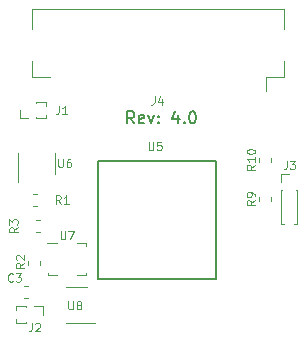
<source format=gto>
G04 #@! TF.GenerationSoftware,KiCad,Pcbnew,(5.0.0)*
G04 #@! TF.CreationDate,2018-11-26T10:25:21+01:00*
G04 #@! TF.ProjectId,Insole_PCB,496E736F6C655F5043422E6B69636164,rev?*
G04 #@! TF.SameCoordinates,Original*
G04 #@! TF.FileFunction,Legend,Top*
G04 #@! TF.FilePolarity,Positive*
%FSLAX46Y46*%
G04 Gerber Fmt 4.6, Leading zero omitted, Abs format (unit mm)*
G04 Created by KiCad (PCBNEW (5.0.0)) date 11/26/18 10:25:21*
%MOMM*%
%LPD*%
G01*
G04 APERTURE LIST*
%ADD10C,0.200000*%
%ADD11C,0.120000*%
%ADD12C,0.150000*%
%ADD13C,0.100000*%
G04 APERTURE END LIST*
D10*
X154990476Y-73202380D02*
X154657142Y-72726190D01*
X154419047Y-73202380D02*
X154419047Y-72202380D01*
X154800000Y-72202380D01*
X154895238Y-72250000D01*
X154942857Y-72297619D01*
X154990476Y-72392857D01*
X154990476Y-72535714D01*
X154942857Y-72630952D01*
X154895238Y-72678571D01*
X154800000Y-72726190D01*
X154419047Y-72726190D01*
X155800000Y-73154761D02*
X155704761Y-73202380D01*
X155514285Y-73202380D01*
X155419047Y-73154761D01*
X155371428Y-73059523D01*
X155371428Y-72678571D01*
X155419047Y-72583333D01*
X155514285Y-72535714D01*
X155704761Y-72535714D01*
X155800000Y-72583333D01*
X155847619Y-72678571D01*
X155847619Y-72773809D01*
X155371428Y-72869047D01*
X156180952Y-72535714D02*
X156419047Y-73202380D01*
X156657142Y-72535714D01*
X157038095Y-73107142D02*
X157085714Y-73154761D01*
X157038095Y-73202380D01*
X156990476Y-73154761D01*
X157038095Y-73107142D01*
X157038095Y-73202380D01*
X157038095Y-72583333D02*
X157085714Y-72630952D01*
X157038095Y-72678571D01*
X156990476Y-72630952D01*
X157038095Y-72583333D01*
X157038095Y-72678571D01*
X158704761Y-72535714D02*
X158704761Y-73202380D01*
X158466666Y-72154761D02*
X158228571Y-72869047D01*
X158847619Y-72869047D01*
X159228571Y-73107142D02*
X159276190Y-73154761D01*
X159228571Y-73202380D01*
X159180952Y-73154761D01*
X159228571Y-73107142D01*
X159228571Y-73202380D01*
X159895238Y-72202380D02*
X159990476Y-72202380D01*
X160085714Y-72250000D01*
X160133333Y-72297619D01*
X160180952Y-72392857D01*
X160228571Y-72583333D01*
X160228571Y-72821428D01*
X160180952Y-73011904D01*
X160133333Y-73107142D01*
X160085714Y-73154761D01*
X159990476Y-73202380D01*
X159895238Y-73202380D01*
X159800000Y-73154761D01*
X159752380Y-73107142D01*
X159704761Y-73011904D01*
X159657142Y-72821428D01*
X159657142Y-72583333D01*
X159704761Y-72392857D01*
X159752380Y-72297619D01*
X159800000Y-72250000D01*
X159895238Y-72202380D01*
D11*
G04 #@! TO.C,C3*
X146046267Y-86940000D02*
X145703733Y-86940000D01*
X146046267Y-87960000D02*
X145703733Y-87960000D01*
G04 #@! TO.C,J1*
X147560000Y-72795000D02*
X147560000Y-72494493D01*
X147560000Y-71705507D02*
X147560000Y-71405000D01*
X146685000Y-72795000D02*
X147560000Y-72795000D01*
X146685000Y-71405000D02*
X147560000Y-71405000D01*
X146685000Y-72795000D02*
X146685000Y-72708276D01*
X146685000Y-71491724D02*
X146685000Y-71405000D01*
X146000000Y-72795000D02*
X145315000Y-72795000D01*
X145315000Y-72795000D02*
X145315000Y-72100000D01*
G04 #@! TO.C,J2*
X147235000Y-88705000D02*
X147235000Y-89400000D01*
X146550000Y-88705000D02*
X147235000Y-88705000D01*
X145865000Y-90008276D02*
X145865000Y-90095000D01*
X145865000Y-88705000D02*
X145865000Y-88791724D01*
X145865000Y-90095000D02*
X144990000Y-90095000D01*
X145865000Y-88705000D02*
X144990000Y-88705000D01*
X144990000Y-89794493D02*
X144990000Y-90095000D01*
X144990000Y-88705000D02*
X144990000Y-89005507D01*
G04 #@! TO.C,J3*
X167405000Y-81760000D02*
X167705507Y-81760000D01*
X168494493Y-81760000D02*
X168795000Y-81760000D01*
X167405000Y-78885000D02*
X167405000Y-81760000D01*
X168795000Y-78885000D02*
X168795000Y-81760000D01*
X167405000Y-78885000D02*
X167491724Y-78885000D01*
X168708276Y-78885000D02*
X168795000Y-78885000D01*
X167405000Y-78200000D02*
X167405000Y-77515000D01*
X167405000Y-77515000D02*
X168100000Y-77515000D01*
G04 #@! TO.C,J4*
X166160000Y-69300000D02*
X167650000Y-69300000D01*
X167650000Y-69300000D02*
X167650000Y-67960000D01*
X147840000Y-69300000D02*
X146350000Y-69300000D01*
X146350000Y-69300000D02*
X146350000Y-67960000D01*
X167650000Y-65240000D02*
X167650000Y-63500000D01*
X167650000Y-63500000D02*
X146350000Y-63500000D01*
X146350000Y-63500000D02*
X146350000Y-65240000D01*
X166160000Y-69300000D02*
X166160000Y-70500000D01*
G04 #@! TO.C,R1*
X146403733Y-79190000D02*
X146746267Y-79190000D01*
X146403733Y-80210000D02*
X146746267Y-80210000D01*
G04 #@! TO.C,R2*
X145990000Y-85196267D02*
X145990000Y-84853733D01*
X147010000Y-85196267D02*
X147010000Y-84853733D01*
G04 #@! TO.C,R3*
X146653733Y-82410000D02*
X146996267Y-82410000D01*
X146653733Y-81390000D02*
X146996267Y-81390000D01*
G04 #@! TO.C,R9*
X165590000Y-79428733D02*
X165590000Y-79771267D01*
X166610000Y-79428733D02*
X166610000Y-79771267D01*
G04 #@! TO.C,R10*
X166610000Y-76103733D02*
X166610000Y-76446267D01*
X165590000Y-76103733D02*
X165590000Y-76446267D01*
D12*
G04 #@! TO.C,U5*
X151900000Y-86400000D02*
X161900000Y-86400000D01*
X161900000Y-86400000D02*
X161900000Y-76400000D01*
X161900000Y-76400000D02*
X151900000Y-76400000D01*
X151900000Y-76400000D02*
X151900000Y-86400000D01*
D11*
G04 #@! TO.C,U6*
X145190000Y-75720000D02*
X145190000Y-78150000D01*
X148260000Y-77480000D02*
X148260000Y-75720000D01*
D13*
G04 #@! TO.C,U7*
X147600000Y-83362500D02*
X148420000Y-83362500D01*
X147700000Y-86062500D02*
X148420000Y-86062500D01*
X147700000Y-86062500D02*
X147700000Y-85842500D01*
X150900000Y-85842500D02*
X150900000Y-86062500D01*
X150900000Y-86062500D02*
X150180000Y-86062500D01*
X150180000Y-83362500D02*
X150900000Y-83362500D01*
X150900000Y-83362500D02*
X150900000Y-83582500D01*
D11*
G04 #@! TO.C,U8*
X150980000Y-87040000D02*
X149220000Y-87040000D01*
X149220000Y-90110000D02*
X151650000Y-90110000D01*
G04 #@! TO.C,C3*
D13*
X144733333Y-86550000D02*
X144700000Y-86583333D01*
X144600000Y-86616666D01*
X144533333Y-86616666D01*
X144433333Y-86583333D01*
X144366666Y-86516666D01*
X144333333Y-86450000D01*
X144300000Y-86316666D01*
X144300000Y-86216666D01*
X144333333Y-86083333D01*
X144366666Y-86016666D01*
X144433333Y-85950000D01*
X144533333Y-85916666D01*
X144600000Y-85916666D01*
X144700000Y-85950000D01*
X144733333Y-85983333D01*
X144966666Y-85916666D02*
X145400000Y-85916666D01*
X145166666Y-86183333D01*
X145266666Y-86183333D01*
X145333333Y-86216666D01*
X145366666Y-86250000D01*
X145400000Y-86316666D01*
X145400000Y-86483333D01*
X145366666Y-86550000D01*
X145333333Y-86583333D01*
X145266666Y-86616666D01*
X145066666Y-86616666D01*
X145000000Y-86583333D01*
X144966666Y-86550000D01*
G04 #@! TO.C,J1*
X148616666Y-71716666D02*
X148616666Y-72216666D01*
X148583333Y-72316666D01*
X148516666Y-72383333D01*
X148416666Y-72416666D01*
X148350000Y-72416666D01*
X149316666Y-72416666D02*
X148916666Y-72416666D01*
X149116666Y-72416666D02*
X149116666Y-71716666D01*
X149050000Y-71816666D01*
X148983333Y-71883333D01*
X148916666Y-71916666D01*
G04 #@! TO.C,J2*
X146316666Y-90116666D02*
X146316666Y-90616666D01*
X146283333Y-90716666D01*
X146216666Y-90783333D01*
X146116666Y-90816666D01*
X146050000Y-90816666D01*
X146616666Y-90183333D02*
X146650000Y-90150000D01*
X146716666Y-90116666D01*
X146883333Y-90116666D01*
X146950000Y-90150000D01*
X146983333Y-90183333D01*
X147016666Y-90250000D01*
X147016666Y-90316666D01*
X146983333Y-90416666D01*
X146583333Y-90816666D01*
X147016666Y-90816666D01*
G04 #@! TO.C,J3*
X167916666Y-76366666D02*
X167916666Y-76866666D01*
X167883333Y-76966666D01*
X167816666Y-77033333D01*
X167716666Y-77066666D01*
X167650000Y-77066666D01*
X168183333Y-76366666D02*
X168616666Y-76366666D01*
X168383333Y-76633333D01*
X168483333Y-76633333D01*
X168550000Y-76666666D01*
X168583333Y-76700000D01*
X168616666Y-76766666D01*
X168616666Y-76933333D01*
X168583333Y-77000000D01*
X168550000Y-77033333D01*
X168483333Y-77066666D01*
X168283333Y-77066666D01*
X168216666Y-77033333D01*
X168183333Y-77000000D01*
G04 #@! TO.C,J4*
X156716666Y-70916666D02*
X156716666Y-71416666D01*
X156683333Y-71516666D01*
X156616666Y-71583333D01*
X156516666Y-71616666D01*
X156450000Y-71616666D01*
X157350000Y-71150000D02*
X157350000Y-71616666D01*
X157183333Y-70883333D02*
X157016666Y-71383333D01*
X157450000Y-71383333D01*
G04 #@! TO.C,R1*
X148783333Y-80016666D02*
X148550000Y-79683333D01*
X148383333Y-80016666D02*
X148383333Y-79316666D01*
X148650000Y-79316666D01*
X148716666Y-79350000D01*
X148750000Y-79383333D01*
X148783333Y-79450000D01*
X148783333Y-79550000D01*
X148750000Y-79616666D01*
X148716666Y-79650000D01*
X148650000Y-79683333D01*
X148383333Y-79683333D01*
X149450000Y-80016666D02*
X149050000Y-80016666D01*
X149250000Y-80016666D02*
X149250000Y-79316666D01*
X149183333Y-79416666D01*
X149116666Y-79483333D01*
X149050000Y-79516666D01*
G04 #@! TO.C,R2*
X145666666Y-85016666D02*
X145333333Y-85250000D01*
X145666666Y-85416666D02*
X144966666Y-85416666D01*
X144966666Y-85150000D01*
X145000000Y-85083333D01*
X145033333Y-85050000D01*
X145100000Y-85016666D01*
X145200000Y-85016666D01*
X145266666Y-85050000D01*
X145300000Y-85083333D01*
X145333333Y-85150000D01*
X145333333Y-85416666D01*
X145033333Y-84750000D02*
X145000000Y-84716666D01*
X144966666Y-84650000D01*
X144966666Y-84483333D01*
X145000000Y-84416666D01*
X145033333Y-84383333D01*
X145100000Y-84350000D01*
X145166666Y-84350000D01*
X145266666Y-84383333D01*
X145666666Y-84783333D01*
X145666666Y-84350000D01*
G04 #@! TO.C,R3*
X145116666Y-82016666D02*
X144783333Y-82250000D01*
X145116666Y-82416666D02*
X144416666Y-82416666D01*
X144416666Y-82150000D01*
X144450000Y-82083333D01*
X144483333Y-82050000D01*
X144550000Y-82016666D01*
X144650000Y-82016666D01*
X144716666Y-82050000D01*
X144750000Y-82083333D01*
X144783333Y-82150000D01*
X144783333Y-82416666D01*
X144416666Y-81783333D02*
X144416666Y-81350000D01*
X144683333Y-81583333D01*
X144683333Y-81483333D01*
X144716666Y-81416666D01*
X144750000Y-81383333D01*
X144816666Y-81350000D01*
X144983333Y-81350000D01*
X145050000Y-81383333D01*
X145083333Y-81416666D01*
X145116666Y-81483333D01*
X145116666Y-81683333D01*
X145083333Y-81750000D01*
X145050000Y-81783333D01*
G04 #@! TO.C,R9*
X165216666Y-79716666D02*
X164883333Y-79950000D01*
X165216666Y-80116666D02*
X164516666Y-80116666D01*
X164516666Y-79850000D01*
X164550000Y-79783333D01*
X164583333Y-79750000D01*
X164650000Y-79716666D01*
X164750000Y-79716666D01*
X164816666Y-79750000D01*
X164850000Y-79783333D01*
X164883333Y-79850000D01*
X164883333Y-80116666D01*
X165216666Y-79383333D02*
X165216666Y-79250000D01*
X165183333Y-79183333D01*
X165150000Y-79150000D01*
X165050000Y-79083333D01*
X164916666Y-79050000D01*
X164650000Y-79050000D01*
X164583333Y-79083333D01*
X164550000Y-79116666D01*
X164516666Y-79183333D01*
X164516666Y-79316666D01*
X164550000Y-79383333D01*
X164583333Y-79416666D01*
X164650000Y-79450000D01*
X164816666Y-79450000D01*
X164883333Y-79416666D01*
X164916666Y-79383333D01*
X164950000Y-79316666D01*
X164950000Y-79183333D01*
X164916666Y-79116666D01*
X164883333Y-79083333D01*
X164816666Y-79050000D01*
G04 #@! TO.C,R10*
X165216666Y-76725000D02*
X164883333Y-76958333D01*
X165216666Y-77125000D02*
X164516666Y-77125000D01*
X164516666Y-76858333D01*
X164550000Y-76791666D01*
X164583333Y-76758333D01*
X164650000Y-76725000D01*
X164750000Y-76725000D01*
X164816666Y-76758333D01*
X164850000Y-76791666D01*
X164883333Y-76858333D01*
X164883333Y-77125000D01*
X165216666Y-76058333D02*
X165216666Y-76458333D01*
X165216666Y-76258333D02*
X164516666Y-76258333D01*
X164616666Y-76325000D01*
X164683333Y-76391666D01*
X164716666Y-76458333D01*
X164516666Y-75625000D02*
X164516666Y-75558333D01*
X164550000Y-75491666D01*
X164583333Y-75458333D01*
X164650000Y-75425000D01*
X164783333Y-75391666D01*
X164950000Y-75391666D01*
X165083333Y-75425000D01*
X165150000Y-75458333D01*
X165183333Y-75491666D01*
X165216666Y-75558333D01*
X165216666Y-75625000D01*
X165183333Y-75691666D01*
X165150000Y-75725000D01*
X165083333Y-75758333D01*
X164950000Y-75791666D01*
X164783333Y-75791666D01*
X164650000Y-75758333D01*
X164583333Y-75725000D01*
X164550000Y-75691666D01*
X164516666Y-75625000D01*
G04 #@! TO.C,U5*
X156216666Y-74766666D02*
X156216666Y-75333333D01*
X156250000Y-75400000D01*
X156283333Y-75433333D01*
X156350000Y-75466666D01*
X156483333Y-75466666D01*
X156550000Y-75433333D01*
X156583333Y-75400000D01*
X156616666Y-75333333D01*
X156616666Y-74766666D01*
X157283333Y-74766666D02*
X156950000Y-74766666D01*
X156916666Y-75100000D01*
X156950000Y-75066666D01*
X157016666Y-75033333D01*
X157183333Y-75033333D01*
X157250000Y-75066666D01*
X157283333Y-75100000D01*
X157316666Y-75166666D01*
X157316666Y-75333333D01*
X157283333Y-75400000D01*
X157250000Y-75433333D01*
X157183333Y-75466666D01*
X157016666Y-75466666D01*
X156950000Y-75433333D01*
X156916666Y-75400000D01*
G04 #@! TO.C,U6*
X148566666Y-76216666D02*
X148566666Y-76783333D01*
X148600000Y-76850000D01*
X148633333Y-76883333D01*
X148700000Y-76916666D01*
X148833333Y-76916666D01*
X148900000Y-76883333D01*
X148933333Y-76850000D01*
X148966666Y-76783333D01*
X148966666Y-76216666D01*
X149600000Y-76216666D02*
X149466666Y-76216666D01*
X149400000Y-76250000D01*
X149366666Y-76283333D01*
X149300000Y-76383333D01*
X149266666Y-76516666D01*
X149266666Y-76783333D01*
X149300000Y-76850000D01*
X149333333Y-76883333D01*
X149400000Y-76916666D01*
X149533333Y-76916666D01*
X149600000Y-76883333D01*
X149633333Y-76850000D01*
X149666666Y-76783333D01*
X149666666Y-76616666D01*
X149633333Y-76550000D01*
X149600000Y-76516666D01*
X149533333Y-76483333D01*
X149400000Y-76483333D01*
X149333333Y-76516666D01*
X149300000Y-76550000D01*
X149266666Y-76616666D01*
G04 #@! TO.C,U7*
X148766666Y-82316666D02*
X148766666Y-82883333D01*
X148800000Y-82950000D01*
X148833333Y-82983333D01*
X148900000Y-83016666D01*
X149033333Y-83016666D01*
X149100000Y-82983333D01*
X149133333Y-82950000D01*
X149166666Y-82883333D01*
X149166666Y-82316666D01*
X149433333Y-82316666D02*
X149900000Y-82316666D01*
X149600000Y-83016666D01*
G04 #@! TO.C,U8*
X149416666Y-88266666D02*
X149416666Y-88833333D01*
X149450000Y-88900000D01*
X149483333Y-88933333D01*
X149550000Y-88966666D01*
X149683333Y-88966666D01*
X149750000Y-88933333D01*
X149783333Y-88900000D01*
X149816666Y-88833333D01*
X149816666Y-88266666D01*
X150250000Y-88566666D02*
X150183333Y-88533333D01*
X150150000Y-88500000D01*
X150116666Y-88433333D01*
X150116666Y-88400000D01*
X150150000Y-88333333D01*
X150183333Y-88300000D01*
X150250000Y-88266666D01*
X150383333Y-88266666D01*
X150450000Y-88300000D01*
X150483333Y-88333333D01*
X150516666Y-88400000D01*
X150516666Y-88433333D01*
X150483333Y-88500000D01*
X150450000Y-88533333D01*
X150383333Y-88566666D01*
X150250000Y-88566666D01*
X150183333Y-88600000D01*
X150150000Y-88633333D01*
X150116666Y-88700000D01*
X150116666Y-88833333D01*
X150150000Y-88900000D01*
X150183333Y-88933333D01*
X150250000Y-88966666D01*
X150383333Y-88966666D01*
X150450000Y-88933333D01*
X150483333Y-88900000D01*
X150516666Y-88833333D01*
X150516666Y-88700000D01*
X150483333Y-88633333D01*
X150450000Y-88600000D01*
X150383333Y-88566666D01*
G04 #@! TD*
M02*

</source>
